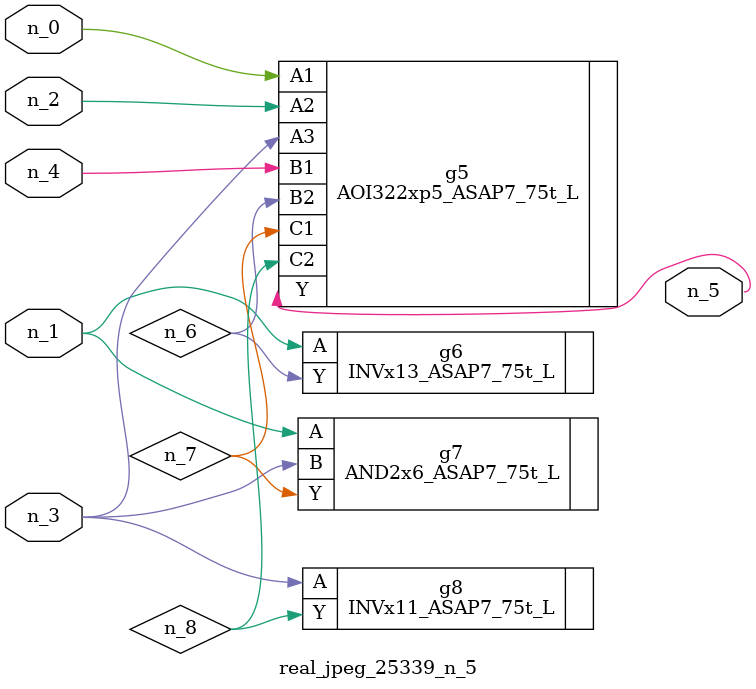
<source format=v>
module real_jpeg_25339_n_5 (n_4, n_0, n_1, n_2, n_3, n_5);

input n_4;
input n_0;
input n_1;
input n_2;
input n_3;

output n_5;

wire n_8;
wire n_6;
wire n_7;

AOI322xp5_ASAP7_75t_L g5 ( 
.A1(n_0),
.A2(n_2),
.A3(n_3),
.B1(n_4),
.B2(n_6),
.C1(n_7),
.C2(n_8),
.Y(n_5)
);

INVx13_ASAP7_75t_L g6 ( 
.A(n_1),
.Y(n_6)
);

AND2x6_ASAP7_75t_L g7 ( 
.A(n_1),
.B(n_3),
.Y(n_7)
);

INVx11_ASAP7_75t_L g8 ( 
.A(n_3),
.Y(n_8)
);


endmodule
</source>
